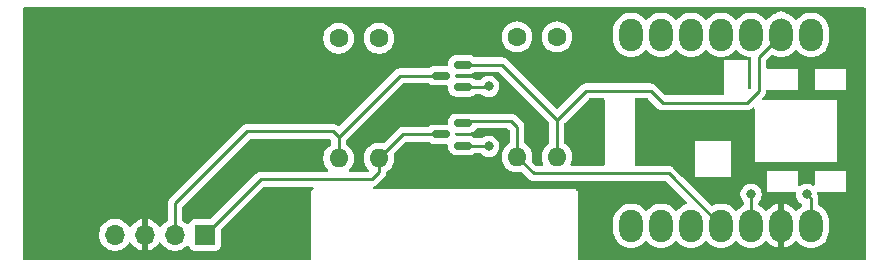
<source format=gbr>
%TF.GenerationSoftware,KiCad,Pcbnew,9.0.6*%
%TF.CreationDate,2025-12-06T11:07:59-05:00*%
%TF.ProjectId,cheating-calc,63686561-7469-46e6-972d-63616c632e6b,rev?*%
%TF.SameCoordinates,Original*%
%TF.FileFunction,Copper,L1,Top*%
%TF.FilePolarity,Positive*%
%FSLAX46Y46*%
G04 Gerber Fmt 4.6, Leading zero omitted, Abs format (unit mm)*
G04 Created by KiCad (PCBNEW 9.0.6) date 2025-12-06 11:07:59*
%MOMM*%
%LPD*%
G01*
G04 APERTURE LIST*
G04 Aperture macros list*
%AMRoundRect*
0 Rectangle with rounded corners*
0 $1 Rounding radius*
0 $2 $3 $4 $5 $6 $7 $8 $9 X,Y pos of 4 corners*
0 Add a 4 corners polygon primitive as box body*
4,1,4,$2,$3,$4,$5,$6,$7,$8,$9,$2,$3,0*
0 Add four circle primitives for the rounded corners*
1,1,$1+$1,$2,$3*
1,1,$1+$1,$4,$5*
1,1,$1+$1,$6,$7*
1,1,$1+$1,$8,$9*
0 Add four rect primitives between the rounded corners*
20,1,$1+$1,$2,$3,$4,$5,0*
20,1,$1+$1,$4,$5,$6,$7,0*
20,1,$1+$1,$6,$7,$8,$9,0*
20,1,$1+$1,$8,$9,$2,$3,0*%
G04 Aperture macros list end*
%TA.AperFunction,SMDPad,CuDef*%
%ADD10RoundRect,0.150000X0.587500X0.150000X-0.587500X0.150000X-0.587500X-0.150000X0.587500X-0.150000X0*%
%TD*%
%TA.AperFunction,ComponentPad*%
%ADD11R,1.700000X1.700000*%
%TD*%
%TA.AperFunction,ComponentPad*%
%ADD12O,1.700000X1.700000*%
%TD*%
%TA.AperFunction,ComponentPad*%
%ADD13C,1.600000*%
%TD*%
%TA.AperFunction,ComponentPad*%
%ADD14O,1.600000X1.600000*%
%TD*%
%TA.AperFunction,SMDPad,CuDef*%
%ADD15RoundRect,1.000000X-0.000010X0.375000X-0.000010X-0.375000X0.000010X-0.375000X0.000010X0.375000X0*%
%TD*%
%TA.AperFunction,ViaPad*%
%ADD16C,0.800000*%
%TD*%
%TA.AperFunction,Conductor*%
%ADD17C,0.250000*%
%TD*%
G04 APERTURE END LIST*
D10*
%TO.P,Q1,1,G*%
%TO.N,+3.3V*%
X122906000Y-64069000D03*
%TO.P,Q1,2,S*%
%TO.N,RING_GPIO*%
X122906000Y-62169000D03*
%TO.P,Q1,3,D*%
%TO.N,RING*%
X121031000Y-63119000D03*
%TD*%
D11*
%TO.P,J1,1,Pin_1*%
%TO.N,RING*%
X101092000Y-71628000D03*
D12*
%TO.P,J1,2,Pin_2*%
%TO.N,TIP*%
X98552000Y-71628000D03*
%TO.P,J1,3,Pin_3*%
%TO.N,GND*%
X96012000Y-71628000D03*
%TO.P,J1,4,Pin_4*%
%TO.N,+5V*%
X93472000Y-71628000D03*
%TD*%
D13*
%TO.P,R4,1*%
%TO.N,+5V*%
X112395000Y-54991000D03*
D14*
%TO.P,R4,2*%
%TO.N,TIP*%
X112395000Y-65151000D03*
%TD*%
D13*
%TO.P,R2,1*%
%TO.N,+3.3V*%
X130876000Y-54864000D03*
D14*
%TO.P,R2,2*%
%TO.N,TIP_GPIO*%
X130876000Y-65024000D03*
%TD*%
D15*
%TO.P,U1,1,PA02_A0_D0*%
%TO.N,unconnected-(U1-PA02_A0_D0-Pad1)*%
X152400000Y-54701000D03*
%TO.P,U1,2,PA4_A1_D1*%
%TO.N,TIP_GPIO*%
X149860000Y-54701000D03*
%TO.P,U1,3,PA10_A2_D2*%
%TO.N,unconnected-(U1-PA10_A2_D2-Pad3)*%
X147320000Y-54701000D03*
%TO.P,U1,4,PA11_A3_D3*%
%TO.N,unconnected-(U1-PA11_A3_D3-Pad4)*%
X144780000Y-54701000D03*
%TO.P,U1,5,PA8_A4_D4_SDA*%
%TO.N,unconnected-(U1-PA8_A4_D4_SDA-Pad5)*%
X142240000Y-54701000D03*
%TO.P,U1,6,PA9_A5_D5_SCL*%
%TO.N,unconnected-(U1-PA9_A5_D5_SCL-Pad6)*%
X139700000Y-54701000D03*
%TO.P,U1,7,PB08_A6_D6_TX*%
%TO.N,unconnected-(U1-PB08_A6_D6_TX-Pad7)*%
X137160000Y-54701000D03*
%TO.P,U1,8,PB09_A7_D7_RX*%
%TO.N,unconnected-(U1-PB09_A7_D7_RX-Pad8)*%
X137160000Y-70866000D03*
%TO.P,U1,9,PA7_A8_D8_SCK*%
%TO.N,unconnected-(U1-PA7_A8_D8_SCK-Pad9)*%
X139700000Y-70866000D03*
%TO.P,U1,10,PA5_A9_D9_MISO*%
%TO.N,unconnected-(U1-PA5_A9_D9_MISO-Pad10)*%
X142240000Y-70866000D03*
%TO.P,U1,11,PA6_A10_D10_MOSI*%
%TO.N,RING_GPIO*%
X144780000Y-70866000D03*
%TO.P,U1,12,3V3*%
%TO.N,+3.3V*%
X147320000Y-70866000D03*
%TO.P,U1,13,GND*%
%TO.N,GND*%
X149860000Y-70866000D03*
%TO.P,U1,14,5V*%
%TO.N,+5V*%
X152400000Y-70866000D03*
%TD*%
D13*
%TO.P,R3,1*%
%TO.N,+5V*%
X115824000Y-54991000D03*
D14*
%TO.P,R3,2*%
%TO.N,RING*%
X115824000Y-65151000D03*
%TD*%
D10*
%TO.P,Q2,1,G*%
%TO.N,+3.3V*%
X122906000Y-59116000D03*
%TO.P,Q2,2,S*%
%TO.N,TIP_GPIO*%
X122906000Y-57216000D03*
%TO.P,Q2,3,D*%
%TO.N,TIP*%
X121031000Y-58166000D03*
%TD*%
D13*
%TO.P,R1,1*%
%TO.N,+3.3V*%
X127508000Y-54864000D03*
D14*
%TO.P,R1,2*%
%TO.N,RING_GPIO*%
X127508000Y-65024000D03*
%TD*%
D16*
%TO.N,+5V*%
X152019000Y-68199000D03*
%TO.N,+3.3V*%
X147320000Y-68199000D03*
X125095000Y-64135000D03*
X125095000Y-59055000D03*
%TD*%
D17*
%TO.N,RING*%
X115824000Y-65151000D02*
X115824000Y-66294000D01*
X115824000Y-66294000D02*
X115189000Y-66929000D01*
X117856000Y-63119000D02*
X115824000Y-65151000D01*
X121031000Y-63119000D02*
X117856000Y-63119000D01*
X105791000Y-66929000D02*
X101092000Y-71628000D01*
X115189000Y-66929000D02*
X105791000Y-66929000D01*
%TO.N,TIP*%
X117602000Y-58166000D02*
X112395000Y-63373000D01*
X112395000Y-63373000D02*
X111887000Y-62865000D01*
X104648000Y-62865000D02*
X98552000Y-68961000D01*
X121031000Y-58166000D02*
X117602000Y-58166000D01*
X111887000Y-62865000D02*
X104648000Y-62865000D01*
X112395000Y-63373000D02*
X112395000Y-65151000D01*
X98552000Y-68961000D02*
X98552000Y-71628000D01*
%TO.N,RING_GPIO*%
X127508000Y-62508000D02*
X127000000Y-62000000D01*
X123075000Y-62000000D02*
X122906000Y-62169000D01*
X128905000Y-66421000D02*
X140335000Y-66421000D01*
X127508000Y-65024000D02*
X127508000Y-62508000D01*
X140335000Y-66421000D02*
X144780000Y-70866000D01*
X127000000Y-62000000D02*
X123075000Y-62000000D01*
X127508000Y-65024000D02*
X128905000Y-66421000D01*
%TO.N,TIP_GPIO*%
X146939000Y-60452000D02*
X139827000Y-60452000D01*
X130876000Y-65024000D02*
X130876000Y-61876000D01*
X149860000Y-54701000D02*
X149860000Y-53340000D01*
X147955000Y-59436000D02*
X146939000Y-60452000D01*
X133350000Y-59436000D02*
X130876000Y-61910000D01*
X130876000Y-61876000D02*
X126216000Y-57216000D01*
X147955000Y-56606000D02*
X147955000Y-59436000D01*
X149860000Y-54701000D02*
X147955000Y-56606000D01*
X126216000Y-57216000D02*
X122906000Y-57216000D01*
X139827000Y-60452000D02*
X138811000Y-59436000D01*
X130876000Y-61910000D02*
X130876000Y-65024000D01*
X138811000Y-59436000D02*
X133350000Y-59436000D01*
%TO.N,+5V*%
X152400000Y-70866000D02*
X152400000Y-68580000D01*
X152400000Y-68580000D02*
X152019000Y-68199000D01*
%TO.N,+3.3V*%
X122906000Y-64069000D02*
X125029000Y-64069000D01*
X122906000Y-59116000D02*
X125034000Y-59116000D01*
X125029000Y-64069000D02*
X125095000Y-64135000D01*
X147320000Y-70866000D02*
X147320000Y-68199000D01*
X125034000Y-59116000D02*
X125095000Y-59055000D01*
%TD*%
%TA.AperFunction,Conductor*%
%TO.N,GND*%
G36*
X156986802Y-52390185D02*
G01*
X157032557Y-52442989D01*
X157043763Y-52494500D01*
X157043763Y-73645704D01*
X157024078Y-73712743D01*
X156971274Y-73758498D01*
X156919763Y-73769704D01*
X132768733Y-73769704D01*
X132701694Y-73750019D01*
X132655939Y-73697215D01*
X132644733Y-73645704D01*
X132644733Y-68030490D01*
X132642492Y-68022126D01*
X132624254Y-67954062D01*
X132614018Y-67936332D01*
X132584697Y-67885546D01*
X132584691Y-67885538D01*
X132528745Y-67829592D01*
X132528737Y-67829586D01*
X132460228Y-67790033D01*
X132460223Y-67790030D01*
X132434746Y-67783203D01*
X132383795Y-67769551D01*
X115417634Y-67769551D01*
X115406825Y-67766377D01*
X115395626Y-67767582D01*
X115373902Y-67756709D01*
X115350595Y-67749866D01*
X115343219Y-67741353D01*
X115333145Y-67736312D01*
X115320746Y-67715419D01*
X115304840Y-67697062D01*
X115303236Y-67685912D01*
X115297488Y-67676225D01*
X115298353Y-67651948D01*
X115294896Y-67627904D01*
X115299575Y-67617656D01*
X115299977Y-67606400D01*
X115313829Y-67586446D01*
X115323921Y-67564348D01*
X115334431Y-67556768D01*
X115339821Y-67549005D01*
X115370162Y-67531000D01*
X115370173Y-67530993D01*
X115373874Y-67529459D01*
X115404792Y-67516652D01*
X115485286Y-67483312D01*
X115536509Y-67449084D01*
X115587733Y-67414858D01*
X115674858Y-67327733D01*
X115674859Y-67327730D01*
X116309858Y-66692733D01*
X116378312Y-66590285D01*
X116425463Y-66476451D01*
X116449501Y-66355606D01*
X116449501Y-66355594D01*
X116449529Y-66355318D01*
X116449587Y-66355172D01*
X116450690Y-66349631D01*
X116451740Y-66349839D01*
X116475685Y-66290528D01*
X116502256Y-66266959D01*
X116501669Y-66266151D01*
X116671213Y-66142971D01*
X116671215Y-66142968D01*
X116671219Y-66142966D01*
X116815966Y-65998219D01*
X116815968Y-65998215D01*
X116815971Y-65998213D01*
X116908236Y-65871219D01*
X116936287Y-65832610D01*
X117029220Y-65650219D01*
X117092477Y-65455534D01*
X117124500Y-65253352D01*
X117124500Y-65048648D01*
X117095666Y-64866598D01*
X117091715Y-64841654D01*
X117093777Y-64841327D01*
X117096784Y-64780304D01*
X117126215Y-64733373D01*
X118078771Y-63780819D01*
X118140094Y-63747334D01*
X118166452Y-63744500D01*
X119947691Y-63744500D01*
X120014730Y-63764185D01*
X120035372Y-63780819D01*
X120041629Y-63787076D01*
X120041633Y-63787079D01*
X120041635Y-63787081D01*
X120183102Y-63870744D01*
X120188568Y-63872332D01*
X120340926Y-63916597D01*
X120340929Y-63916597D01*
X120340931Y-63916598D01*
X120377806Y-63919500D01*
X121544000Y-63919500D01*
X121611039Y-63939185D01*
X121656794Y-63991989D01*
X121668000Y-64043500D01*
X121668000Y-64284701D01*
X121670901Y-64321567D01*
X121670902Y-64321573D01*
X121716754Y-64479393D01*
X121716755Y-64479396D01*
X121800417Y-64620862D01*
X121800423Y-64620870D01*
X121916629Y-64737076D01*
X121916633Y-64737079D01*
X121916635Y-64737081D01*
X122058102Y-64820744D01*
X122099724Y-64832836D01*
X122215926Y-64866597D01*
X122215929Y-64866597D01*
X122215931Y-64866598D01*
X122252806Y-64869500D01*
X122252814Y-64869500D01*
X123559186Y-64869500D01*
X123559194Y-64869500D01*
X123596069Y-64866598D01*
X123596071Y-64866597D01*
X123596073Y-64866597D01*
X123665363Y-64846466D01*
X123753898Y-64820744D01*
X123895365Y-64737081D01*
X123895370Y-64737076D01*
X123901628Y-64730819D01*
X123962951Y-64697334D01*
X123989309Y-64694500D01*
X124329638Y-64694500D01*
X124396677Y-64714185D01*
X124417319Y-64730819D01*
X124520961Y-64834461D01*
X124520965Y-64834464D01*
X124668446Y-64933009D01*
X124668459Y-64933016D01*
X124791363Y-64983923D01*
X124832334Y-65000894D01*
X124832336Y-65000894D01*
X124832341Y-65000896D01*
X125006304Y-65035499D01*
X125006307Y-65035500D01*
X125006309Y-65035500D01*
X125183693Y-65035500D01*
X125183694Y-65035499D01*
X125241682Y-65023964D01*
X125357658Y-65000896D01*
X125357661Y-65000894D01*
X125357666Y-65000894D01*
X125521547Y-64933013D01*
X125669035Y-64834464D01*
X125794464Y-64709035D01*
X125893013Y-64561547D01*
X125960894Y-64397666D01*
X125995500Y-64223691D01*
X125995500Y-64046309D01*
X125995500Y-64046306D01*
X125995499Y-64046304D01*
X125960896Y-63872341D01*
X125960893Y-63872332D01*
X125893016Y-63708459D01*
X125893009Y-63708446D01*
X125794464Y-63560965D01*
X125794461Y-63560961D01*
X125669038Y-63435538D01*
X125669034Y-63435535D01*
X125521553Y-63336990D01*
X125521540Y-63336983D01*
X125357667Y-63269106D01*
X125357658Y-63269103D01*
X125183694Y-63234500D01*
X125183691Y-63234500D01*
X125006309Y-63234500D01*
X125006306Y-63234500D01*
X124832341Y-63269103D01*
X124832332Y-63269106D01*
X124668459Y-63336983D01*
X124668446Y-63336990D01*
X124540321Y-63422602D01*
X124473644Y-63443480D01*
X124471430Y-63443500D01*
X123989309Y-63443500D01*
X123922270Y-63423815D01*
X123901628Y-63407181D01*
X123895370Y-63400923D01*
X123895362Y-63400917D01*
X123817181Y-63354681D01*
X123753898Y-63317256D01*
X123753897Y-63317255D01*
X123753896Y-63317255D01*
X123753893Y-63317254D01*
X123596073Y-63271402D01*
X123596067Y-63271401D01*
X123559201Y-63268500D01*
X123559194Y-63268500D01*
X122393000Y-63268500D01*
X122384314Y-63265949D01*
X122375353Y-63267238D01*
X122351312Y-63256259D01*
X122325961Y-63248815D01*
X122320033Y-63241974D01*
X122311797Y-63238213D01*
X122297507Y-63215978D01*
X122280206Y-63196011D01*
X122277918Y-63185496D01*
X122274023Y-63179435D01*
X122269000Y-63144500D01*
X122269000Y-63093500D01*
X122288685Y-63026461D01*
X122341489Y-62980706D01*
X122393000Y-62969500D01*
X123559186Y-62969500D01*
X123559194Y-62969500D01*
X123596069Y-62966598D01*
X123596071Y-62966597D01*
X123596073Y-62966597D01*
X123637691Y-62954505D01*
X123753898Y-62920744D01*
X123895365Y-62837081D01*
X124011581Y-62720865D01*
X124031976Y-62686379D01*
X124083045Y-62638696D01*
X124138708Y-62625500D01*
X126689548Y-62625500D01*
X126718988Y-62634144D01*
X126748975Y-62640668D01*
X126753990Y-62644422D01*
X126756587Y-62645185D01*
X126777229Y-62661819D01*
X126846181Y-62730771D01*
X126879666Y-62792094D01*
X126882500Y-62818452D01*
X126882500Y-63807885D01*
X126862815Y-63874924D01*
X126829428Y-63907606D01*
X126830331Y-63908849D01*
X126660786Y-64032028D01*
X126516028Y-64176786D01*
X126395715Y-64342386D01*
X126302781Y-64524776D01*
X126239522Y-64719465D01*
X126207500Y-64921648D01*
X126207500Y-65126351D01*
X126239522Y-65328534D01*
X126302781Y-65523223D01*
X126395715Y-65705613D01*
X126516028Y-65871213D01*
X126660786Y-66015971D01*
X126815749Y-66128556D01*
X126826390Y-66136287D01*
X126933368Y-66190795D01*
X127008776Y-66229218D01*
X127008778Y-66229218D01*
X127008781Y-66229220D01*
X127113137Y-66263127D01*
X127203465Y-66292477D01*
X127271066Y-66303184D01*
X127405648Y-66324500D01*
X127405649Y-66324500D01*
X127610351Y-66324500D01*
X127610352Y-66324500D01*
X127679371Y-66313568D01*
X127817347Y-66291715D01*
X127817672Y-66293767D01*
X127878743Y-66296802D01*
X127925627Y-66326217D01*
X128419141Y-66819732D01*
X128419142Y-66819733D01*
X128506267Y-66906858D01*
X128506268Y-66906859D01*
X128608707Y-66975307D01*
X128608713Y-66975310D01*
X128608714Y-66975311D01*
X128722548Y-67022463D01*
X128782971Y-67034481D01*
X128843393Y-67046500D01*
X128843394Y-67046500D01*
X140024548Y-67046500D01*
X140091587Y-67066185D01*
X140112229Y-67082819D01*
X141869064Y-68839654D01*
X141902549Y-68900977D01*
X141897565Y-68970669D01*
X141855693Y-69026602D01*
X141814868Y-69045064D01*
X141815293Y-69046490D01*
X141810374Y-69047953D01*
X141578730Y-69138342D01*
X141365097Y-69265639D01*
X141175350Y-69426348D01*
X141175348Y-69426350D01*
X141064622Y-69557084D01*
X141006273Y-69595519D01*
X140936408Y-69596306D01*
X140877208Y-69559197D01*
X140875378Y-69557084D01*
X140764651Y-69426350D01*
X140764649Y-69426348D01*
X140574902Y-69265639D01*
X140498461Y-69220090D01*
X140361273Y-69138344D01*
X140361271Y-69138343D01*
X140361269Y-69138342D01*
X140129625Y-69047953D01*
X140129615Y-69047950D01*
X139886238Y-68996919D01*
X139886235Y-68996918D01*
X139782850Y-68990500D01*
X139782842Y-68990500D01*
X139617158Y-68990500D01*
X139617149Y-68990500D01*
X139513764Y-68996918D01*
X139513761Y-68996919D01*
X139270384Y-69047950D01*
X139270374Y-69047953D01*
X139038730Y-69138342D01*
X138825097Y-69265639D01*
X138635350Y-69426348D01*
X138635348Y-69426350D01*
X138524622Y-69557084D01*
X138466273Y-69595519D01*
X138396408Y-69596306D01*
X138337208Y-69559197D01*
X138335378Y-69557084D01*
X138224651Y-69426350D01*
X138224649Y-69426348D01*
X138034902Y-69265639D01*
X137958461Y-69220090D01*
X137821273Y-69138344D01*
X137821271Y-69138343D01*
X137821269Y-69138342D01*
X137589625Y-69047953D01*
X137589615Y-69047950D01*
X137346238Y-68996919D01*
X137346235Y-68996918D01*
X137242850Y-68990500D01*
X137242842Y-68990500D01*
X137077158Y-68990500D01*
X137077149Y-68990500D01*
X136973764Y-68996918D01*
X136973761Y-68996919D01*
X136730384Y-69047950D01*
X136730374Y-69047953D01*
X136498730Y-69138342D01*
X136285097Y-69265639D01*
X136095350Y-69426348D01*
X136095348Y-69426350D01*
X135934639Y-69616097D01*
X135807342Y-69829730D01*
X135716953Y-70061374D01*
X135716950Y-70061384D01*
X135665919Y-70304761D01*
X135665918Y-70304764D01*
X135659500Y-70408149D01*
X135659500Y-71323850D01*
X135665918Y-71427235D01*
X135665919Y-71427238D01*
X135716950Y-71670615D01*
X135716953Y-71670625D01*
X135775628Y-71820993D01*
X135807344Y-71902273D01*
X135934634Y-72115894D01*
X135934639Y-72115902D01*
X136095348Y-72305649D01*
X136095350Y-72305651D01*
X136285097Y-72466360D01*
X136285103Y-72466363D01*
X136285106Y-72466366D01*
X136498727Y-72593656D01*
X136498730Y-72593657D01*
X136730374Y-72684046D01*
X136730381Y-72684048D01*
X136730386Y-72684050D01*
X136973763Y-72735081D01*
X137077158Y-72741500D01*
X137077169Y-72741500D01*
X137242831Y-72741500D01*
X137242842Y-72741500D01*
X137346237Y-72735081D01*
X137589614Y-72684050D01*
X137589621Y-72684046D01*
X137589625Y-72684046D01*
X137668980Y-72653080D01*
X137821273Y-72593656D01*
X138034894Y-72466366D01*
X138034898Y-72466361D01*
X138034902Y-72466360D01*
X138224649Y-72305651D01*
X138224650Y-72305650D01*
X138335378Y-72174915D01*
X138393726Y-72136480D01*
X138463591Y-72135693D01*
X138522792Y-72172802D01*
X138524622Y-72174915D01*
X138635349Y-72305650D01*
X138635350Y-72305651D01*
X138825097Y-72466360D01*
X138825103Y-72466363D01*
X138825106Y-72466366D01*
X139038727Y-72593656D01*
X139038730Y-72593657D01*
X139270374Y-72684046D01*
X139270381Y-72684048D01*
X139270386Y-72684050D01*
X139513763Y-72735081D01*
X139617158Y-72741500D01*
X139617169Y-72741500D01*
X139782831Y-72741500D01*
X139782842Y-72741500D01*
X139886237Y-72735081D01*
X140129614Y-72684050D01*
X140129621Y-72684046D01*
X140129625Y-72684046D01*
X140208980Y-72653080D01*
X140361273Y-72593656D01*
X140574894Y-72466366D01*
X140574898Y-72466361D01*
X140574902Y-72466360D01*
X140764649Y-72305651D01*
X140764650Y-72305650D01*
X140875378Y-72174915D01*
X140933726Y-72136480D01*
X141003591Y-72135693D01*
X141062792Y-72172802D01*
X141064622Y-72174915D01*
X141175349Y-72305650D01*
X141175350Y-72305651D01*
X141365097Y-72466360D01*
X141365103Y-72466363D01*
X141365106Y-72466366D01*
X141578727Y-72593656D01*
X141578730Y-72593657D01*
X141810374Y-72684046D01*
X141810381Y-72684048D01*
X141810386Y-72684050D01*
X142053763Y-72735081D01*
X142157158Y-72741500D01*
X142157169Y-72741500D01*
X142322831Y-72741500D01*
X142322842Y-72741500D01*
X142426237Y-72735081D01*
X142669614Y-72684050D01*
X142669621Y-72684046D01*
X142669625Y-72684046D01*
X142748980Y-72653080D01*
X142901273Y-72593656D01*
X143114894Y-72466366D01*
X143114898Y-72466361D01*
X143114902Y-72466360D01*
X143304649Y-72305651D01*
X143304650Y-72305650D01*
X143415378Y-72174915D01*
X143473726Y-72136480D01*
X143543591Y-72135693D01*
X143602792Y-72172802D01*
X143604622Y-72174915D01*
X143715349Y-72305650D01*
X143715350Y-72305651D01*
X143905097Y-72466360D01*
X143905103Y-72466363D01*
X143905106Y-72466366D01*
X144118727Y-72593656D01*
X144118730Y-72593657D01*
X144350374Y-72684046D01*
X144350381Y-72684048D01*
X144350386Y-72684050D01*
X144593763Y-72735081D01*
X144697158Y-72741500D01*
X144697169Y-72741500D01*
X144862831Y-72741500D01*
X144862842Y-72741500D01*
X144966237Y-72735081D01*
X145209614Y-72684050D01*
X145209621Y-72684046D01*
X145209625Y-72684046D01*
X145288980Y-72653080D01*
X145441273Y-72593656D01*
X145654894Y-72466366D01*
X145654898Y-72466361D01*
X145654902Y-72466360D01*
X145844649Y-72305651D01*
X145844650Y-72305650D01*
X145955378Y-72174915D01*
X146013726Y-72136480D01*
X146083591Y-72135693D01*
X146142792Y-72172802D01*
X146144622Y-72174915D01*
X146255349Y-72305650D01*
X146255350Y-72305651D01*
X146445097Y-72466360D01*
X146445103Y-72466363D01*
X146445106Y-72466366D01*
X146658727Y-72593656D01*
X146658730Y-72593657D01*
X146890374Y-72684046D01*
X146890381Y-72684048D01*
X146890386Y-72684050D01*
X147133763Y-72735081D01*
X147237158Y-72741500D01*
X147237169Y-72741500D01*
X147402831Y-72741500D01*
X147402842Y-72741500D01*
X147506237Y-72735081D01*
X147749614Y-72684050D01*
X147749621Y-72684046D01*
X147749625Y-72684046D01*
X147828980Y-72653080D01*
X147981273Y-72593656D01*
X148194894Y-72466366D01*
X148194898Y-72466361D01*
X148194902Y-72466360D01*
X148321398Y-72359222D01*
X148384650Y-72305650D01*
X148495706Y-72174526D01*
X148554053Y-72136093D01*
X148623918Y-72135306D01*
X148683118Y-72172415D01*
X148684949Y-72174527D01*
X148795707Y-72305298D01*
X148985391Y-72465953D01*
X149198950Y-72593206D01*
X149430517Y-72683564D01*
X149430527Y-72683567D01*
X149610000Y-72721198D01*
X149610000Y-69010800D01*
X149609999Y-69010800D01*
X149430527Y-69048432D01*
X149430519Y-69048434D01*
X149198950Y-69138793D01*
X148985391Y-69266046D01*
X148795707Y-69426702D01*
X148684949Y-69557472D01*
X148626600Y-69595906D01*
X148556735Y-69596693D01*
X148497535Y-69559583D01*
X148495705Y-69557471D01*
X148384650Y-69426349D01*
X148384649Y-69426348D01*
X148194902Y-69265639D01*
X148194894Y-69265634D01*
X148006025Y-69153092D01*
X147998441Y-69144916D01*
X147988297Y-69140284D01*
X147975104Y-69119756D01*
X147958512Y-69101867D01*
X147955568Y-69089356D01*
X147950523Y-69081506D01*
X147945500Y-69046571D01*
X147945500Y-68898361D01*
X147965185Y-68831322D01*
X147981820Y-68810679D01*
X148019461Y-68773038D01*
X148019464Y-68773035D01*
X148118013Y-68625547D01*
X148185894Y-68461666D01*
X148220500Y-68287691D01*
X148220500Y-68110309D01*
X148220500Y-68110306D01*
X148220499Y-68110304D01*
X148191199Y-67963000D01*
X148631000Y-67963000D01*
X150996707Y-67963000D01*
X151063746Y-67982685D01*
X151109501Y-68035489D01*
X151119445Y-68104647D01*
X151118532Y-68109976D01*
X151118500Y-68110306D01*
X151118500Y-68287695D01*
X151153103Y-68461658D01*
X151153106Y-68461667D01*
X151220983Y-68625540D01*
X151220990Y-68625553D01*
X151319535Y-68773034D01*
X151319538Y-68773038D01*
X151444961Y-68898461D01*
X151444965Y-68898464D01*
X151592446Y-68997009D01*
X151597823Y-68999883D01*
X151596968Y-69001480D01*
X151644740Y-69039980D01*
X151666803Y-69106274D01*
X151649522Y-69173973D01*
X151606356Y-69217219D01*
X151525104Y-69265635D01*
X151525100Y-69265638D01*
X151335352Y-69426346D01*
X151224294Y-69557472D01*
X151165945Y-69595906D01*
X151096080Y-69596693D01*
X151036880Y-69559584D01*
X151035050Y-69557471D01*
X150924296Y-69426705D01*
X150924294Y-69426703D01*
X150734608Y-69266046D01*
X150521049Y-69138793D01*
X150289480Y-69048434D01*
X150289472Y-69048432D01*
X150110000Y-69010800D01*
X150110000Y-72721198D01*
X150289472Y-72683567D01*
X150289482Y-72683564D01*
X150521049Y-72593206D01*
X150734608Y-72465953D01*
X150924291Y-72305298D01*
X151035048Y-72174528D01*
X151093397Y-72136093D01*
X151163262Y-72135305D01*
X151222462Y-72172415D01*
X151224293Y-72174527D01*
X151335352Y-72305653D01*
X151525097Y-72466360D01*
X151525103Y-72466363D01*
X151525106Y-72466366D01*
X151738727Y-72593656D01*
X151738730Y-72593657D01*
X151970374Y-72684046D01*
X151970381Y-72684048D01*
X151970386Y-72684050D01*
X152213763Y-72735081D01*
X152317158Y-72741500D01*
X152317169Y-72741500D01*
X152482831Y-72741500D01*
X152482842Y-72741500D01*
X152586237Y-72735081D01*
X152829614Y-72684050D01*
X152829621Y-72684046D01*
X152829625Y-72684046D01*
X152908980Y-72653080D01*
X153061273Y-72593656D01*
X153274894Y-72466366D01*
X153274898Y-72466361D01*
X153274902Y-72466360D01*
X153464649Y-72305651D01*
X153464651Y-72305649D01*
X153625360Y-72115902D01*
X153625361Y-72115898D01*
X153625366Y-72115894D01*
X153752656Y-71902273D01*
X153843050Y-71670614D01*
X153894081Y-71427237D01*
X153900500Y-71323842D01*
X153900500Y-70408158D01*
X153894081Y-70304763D01*
X153843050Y-70061386D01*
X153843048Y-70061381D01*
X153843046Y-70061374D01*
X153752657Y-69829730D01*
X153752656Y-69829727D01*
X153625366Y-69616106D01*
X153625363Y-69616103D01*
X153625360Y-69616097D01*
X153464651Y-69426350D01*
X153464649Y-69426348D01*
X153274902Y-69265639D01*
X153274894Y-69265634D01*
X153086025Y-69153092D01*
X153038512Y-69101867D01*
X153025500Y-69046571D01*
X153025500Y-68518393D01*
X153025499Y-68518389D01*
X153016896Y-68475139D01*
X153001463Y-68397548D01*
X152954311Y-68283714D01*
X152949582Y-68276637D01*
X152940397Y-68262889D01*
X152935071Y-68245964D01*
X152925269Y-68231381D01*
X152920249Y-68198856D01*
X152919526Y-68196557D01*
X152919500Y-68195296D01*
X152919500Y-68110309D01*
X152917544Y-68100476D01*
X152917319Y-68089557D01*
X152923723Y-68065956D01*
X152925902Y-68041603D01*
X152932710Y-68032838D01*
X152935617Y-68022126D01*
X152953764Y-68005733D01*
X152968764Y-67986424D01*
X152979229Y-67982731D01*
X152987466Y-67975292D01*
X153011594Y-67971313D01*
X153034653Y-67963178D01*
X153041293Y-67963000D01*
X155362000Y-67963000D01*
X155362000Y-66185000D01*
X152695000Y-66185000D01*
X152695000Y-67335678D01*
X152675315Y-67402717D01*
X152622511Y-67448472D01*
X152553353Y-67458416D01*
X152502109Y-67438780D01*
X152445553Y-67400990D01*
X152445540Y-67400983D01*
X152281667Y-67333106D01*
X152281658Y-67333103D01*
X152107694Y-67298500D01*
X152107691Y-67298500D01*
X151930309Y-67298500D01*
X151930306Y-67298500D01*
X151756341Y-67333103D01*
X151756332Y-67333106D01*
X151592459Y-67400983D01*
X151592446Y-67400990D01*
X151490891Y-67468848D01*
X151424213Y-67489726D01*
X151356833Y-67471241D01*
X151310143Y-67419263D01*
X151298000Y-67365746D01*
X151298000Y-66185000D01*
X148631000Y-66185000D01*
X148631000Y-67963000D01*
X148191199Y-67963000D01*
X148185896Y-67936341D01*
X148185893Y-67936332D01*
X148118016Y-67772459D01*
X148118009Y-67772446D01*
X148019464Y-67624965D01*
X148019461Y-67624961D01*
X147894038Y-67499538D01*
X147894034Y-67499535D01*
X147746553Y-67400990D01*
X147746540Y-67400983D01*
X147582667Y-67333106D01*
X147582658Y-67333103D01*
X147408694Y-67298500D01*
X147408691Y-67298500D01*
X147231309Y-67298500D01*
X147231306Y-67298500D01*
X147057341Y-67333103D01*
X147057332Y-67333106D01*
X146893459Y-67400983D01*
X146893446Y-67400990D01*
X146745965Y-67499535D01*
X146745961Y-67499538D01*
X146620538Y-67624961D01*
X146620535Y-67624965D01*
X146521990Y-67772446D01*
X146521983Y-67772459D01*
X146454106Y-67936332D01*
X146454103Y-67936341D01*
X146419500Y-68110304D01*
X146419500Y-68287695D01*
X146454103Y-68461658D01*
X146454106Y-68461667D01*
X146521983Y-68625540D01*
X146521990Y-68625553D01*
X146620535Y-68773034D01*
X146620538Y-68773038D01*
X146658180Y-68810679D01*
X146672885Y-68837609D01*
X146689477Y-68863426D01*
X146690368Y-68869624D01*
X146691666Y-68872001D01*
X146694500Y-68898361D01*
X146694500Y-69046571D01*
X146674815Y-69113610D01*
X146633975Y-69153092D01*
X146544813Y-69206222D01*
X146445097Y-69265639D01*
X146255350Y-69426348D01*
X146255348Y-69426350D01*
X146144622Y-69557084D01*
X146086273Y-69595519D01*
X146016408Y-69596306D01*
X145957208Y-69559197D01*
X145955378Y-69557084D01*
X145844651Y-69426350D01*
X145844649Y-69426348D01*
X145654902Y-69265639D01*
X145578461Y-69220090D01*
X145441273Y-69138344D01*
X145441271Y-69138343D01*
X145441269Y-69138342D01*
X145209625Y-69047953D01*
X145209615Y-69047950D01*
X144966238Y-68996919D01*
X144966235Y-68996918D01*
X144862850Y-68990500D01*
X144862842Y-68990500D01*
X144697158Y-68990500D01*
X144697149Y-68990500D01*
X144593764Y-68996918D01*
X144593761Y-68996919D01*
X144350384Y-69047950D01*
X144350374Y-69047953D01*
X144118728Y-69138343D01*
X144118727Y-69138343D01*
X144087721Y-69156819D01*
X144020054Y-69174225D01*
X143953719Y-69152284D01*
X143936567Y-69137977D01*
X141491590Y-66693000D01*
X142535000Y-66693000D01*
X145583000Y-66693000D01*
X145583000Y-63645000D01*
X142535000Y-63645000D01*
X142535000Y-66693000D01*
X141491590Y-66693000D01*
X140828150Y-66029560D01*
X140820860Y-66022270D01*
X140820858Y-66022267D01*
X140733733Y-65935142D01*
X140682509Y-65900915D01*
X140631286Y-65866688D01*
X140549013Y-65832610D01*
X140517452Y-65819537D01*
X140457029Y-65807518D01*
X140442258Y-65804580D01*
X140396610Y-65795500D01*
X140396607Y-65795500D01*
X140396606Y-65795500D01*
X137579000Y-65795500D01*
X137511961Y-65775815D01*
X137466206Y-65723011D01*
X137455000Y-65671500D01*
X137455000Y-60185500D01*
X137474685Y-60118461D01*
X137527489Y-60072706D01*
X137579000Y-60061500D01*
X138500548Y-60061500D01*
X138567587Y-60081185D01*
X138588229Y-60097819D01*
X139341139Y-60850729D01*
X139341142Y-60850733D01*
X139428267Y-60937858D01*
X139479490Y-60972084D01*
X139530714Y-61006312D01*
X139530715Y-61006312D01*
X139530716Y-61006313D01*
X139604390Y-61036829D01*
X139604394Y-61036830D01*
X139611207Y-61039652D01*
X139644548Y-61053463D01*
X139704971Y-61065481D01*
X139765393Y-61077500D01*
X147000607Y-61077500D01*
X147061029Y-61065481D01*
X147121452Y-61053463D01*
X147154792Y-61039652D01*
X147235286Y-61006312D01*
X147286509Y-60972084D01*
X147337733Y-60937858D01*
X147403320Y-60872270D01*
X147464641Y-60838787D01*
X147534333Y-60843771D01*
X147590267Y-60885642D01*
X147614684Y-60951106D01*
X147615000Y-60959953D01*
X147615000Y-65423000D01*
X154600000Y-65423000D01*
X154600000Y-60216000D01*
X148358951Y-60216000D01*
X148337705Y-60209761D01*
X148315618Y-60208182D01*
X148304834Y-60200109D01*
X148291912Y-60196315D01*
X148277413Y-60179583D01*
X148259684Y-60166311D01*
X148254976Y-60153688D01*
X148246157Y-60143511D01*
X148243005Y-60121595D01*
X148235267Y-60100847D01*
X148238129Y-60087685D01*
X148236213Y-60074353D01*
X148245411Y-60054211D01*
X148250118Y-60032574D01*
X148263389Y-60014845D01*
X148265238Y-60010797D01*
X148271251Y-60004337D01*
X148353729Y-59921860D01*
X148353733Y-59921858D01*
X148440858Y-59834733D01*
X148493800Y-59755500D01*
X148509312Y-59732286D01*
X148552079Y-59629035D01*
X148556459Y-59618461D01*
X148556459Y-59618459D01*
X148556463Y-59618451D01*
X148580500Y-59497607D01*
X148580500Y-59451000D01*
X148600185Y-59383961D01*
X148652989Y-59338206D01*
X148704500Y-59327000D01*
X151298000Y-59327000D01*
X152695000Y-59327000D01*
X155362000Y-59327000D01*
X155362000Y-57549000D01*
X152695000Y-57549000D01*
X152695000Y-59327000D01*
X151298000Y-59327000D01*
X151298000Y-57549000D01*
X148704500Y-57549000D01*
X148637461Y-57529315D01*
X148591706Y-57476511D01*
X148580500Y-57425000D01*
X148580500Y-56916451D01*
X148600185Y-56849412D01*
X148616815Y-56828774D01*
X149016568Y-56429020D01*
X149077889Y-56395537D01*
X149147580Y-56400521D01*
X149167718Y-56410178D01*
X149198727Y-56428656D01*
X149198730Y-56428657D01*
X149430374Y-56519046D01*
X149430381Y-56519048D01*
X149430386Y-56519050D01*
X149673763Y-56570081D01*
X149777158Y-56576500D01*
X149777169Y-56576500D01*
X149942831Y-56576500D01*
X149942842Y-56576500D01*
X150046237Y-56570081D01*
X150289614Y-56519050D01*
X150289621Y-56519046D01*
X150289625Y-56519046D01*
X150430038Y-56464256D01*
X150521273Y-56428656D01*
X150734894Y-56301366D01*
X150734898Y-56301361D01*
X150734902Y-56301360D01*
X150924649Y-56140651D01*
X150924650Y-56140650D01*
X151035378Y-56009915D01*
X151093726Y-55971480D01*
X151163591Y-55970693D01*
X151222792Y-56007802D01*
X151224622Y-56009915D01*
X151335349Y-56140650D01*
X151335350Y-56140651D01*
X151525097Y-56301360D01*
X151525103Y-56301363D01*
X151525106Y-56301366D01*
X151738727Y-56428656D01*
X151738730Y-56428657D01*
X151970374Y-56519046D01*
X151970381Y-56519048D01*
X151970386Y-56519050D01*
X152213763Y-56570081D01*
X152317158Y-56576500D01*
X152317169Y-56576500D01*
X152482831Y-56576500D01*
X152482842Y-56576500D01*
X152586237Y-56570081D01*
X152829614Y-56519050D01*
X152829621Y-56519046D01*
X152829625Y-56519046D01*
X152970038Y-56464256D01*
X153061273Y-56428656D01*
X153274894Y-56301366D01*
X153274898Y-56301361D01*
X153274902Y-56301360D01*
X153464649Y-56140651D01*
X153464651Y-56140649D01*
X153625360Y-55950902D01*
X153625361Y-55950898D01*
X153625366Y-55950894D01*
X153752656Y-55737273D01*
X153827442Y-55545613D01*
X153843046Y-55505625D01*
X153843046Y-55505621D01*
X153843050Y-55505614D01*
X153894081Y-55262237D01*
X153900500Y-55158842D01*
X153900500Y-54243158D01*
X153894081Y-54139763D01*
X153843050Y-53896386D01*
X153843048Y-53896381D01*
X153843046Y-53896374D01*
X153752657Y-53664730D01*
X153752656Y-53664727D01*
X153625366Y-53451106D01*
X153625363Y-53451103D01*
X153625360Y-53451097D01*
X153464651Y-53261350D01*
X153464649Y-53261348D01*
X153274902Y-53100639D01*
X153274894Y-53100634D01*
X153061273Y-52973344D01*
X153061271Y-52973343D01*
X153061269Y-52973342D01*
X152829625Y-52882953D01*
X152829615Y-52882950D01*
X152586238Y-52831919D01*
X152586235Y-52831918D01*
X152482850Y-52825500D01*
X152482842Y-52825500D01*
X152317158Y-52825500D01*
X152317149Y-52825500D01*
X152213764Y-52831918D01*
X152213761Y-52831919D01*
X151970384Y-52882950D01*
X151970374Y-52882953D01*
X151738730Y-52973342D01*
X151525097Y-53100639D01*
X151335350Y-53261348D01*
X151335348Y-53261350D01*
X151224622Y-53392084D01*
X151166273Y-53430519D01*
X151096408Y-53431306D01*
X151037208Y-53394197D01*
X151035378Y-53392084D01*
X150924651Y-53261350D01*
X150924649Y-53261348D01*
X150734902Y-53100639D01*
X150734894Y-53100634D01*
X150521273Y-52973344D01*
X150521271Y-52973343D01*
X150521269Y-52973342D01*
X150310435Y-52891074D01*
X150267827Y-52863236D01*
X150258733Y-52854142D01*
X150225474Y-52831919D01*
X150156292Y-52785692D01*
X150156283Y-52785687D01*
X150042454Y-52738538D01*
X150042455Y-52738538D01*
X150042452Y-52738537D01*
X150042448Y-52738536D01*
X150042444Y-52738535D01*
X149921610Y-52714500D01*
X149921606Y-52714500D01*
X149798394Y-52714500D01*
X149798389Y-52714500D01*
X149677555Y-52738535D01*
X149677545Y-52738538D01*
X149563716Y-52785687D01*
X149563708Y-52785692D01*
X149461265Y-52854143D01*
X149461264Y-52854143D01*
X149452166Y-52863242D01*
X149409564Y-52891074D01*
X149198729Y-52973343D01*
X148985097Y-53100639D01*
X148795350Y-53261348D01*
X148795348Y-53261350D01*
X148684622Y-53392084D01*
X148626273Y-53430519D01*
X148556408Y-53431306D01*
X148497208Y-53394197D01*
X148495378Y-53392084D01*
X148384651Y-53261350D01*
X148384649Y-53261348D01*
X148194902Y-53100639D01*
X148194894Y-53100634D01*
X147981273Y-52973344D01*
X147981271Y-52973343D01*
X147981269Y-52973342D01*
X147749625Y-52882953D01*
X147749615Y-52882950D01*
X147506238Y-52831919D01*
X147506235Y-52831918D01*
X147402850Y-52825500D01*
X147402842Y-52825500D01*
X147237158Y-52825500D01*
X147237149Y-52825500D01*
X147133764Y-52831918D01*
X147133761Y-52831919D01*
X146890384Y-52882950D01*
X146890374Y-52882953D01*
X146658730Y-52973342D01*
X146445097Y-53100639D01*
X146255350Y-53261348D01*
X146255348Y-53261350D01*
X146144622Y-53392084D01*
X146086273Y-53430519D01*
X146016408Y-53431306D01*
X145957208Y-53394197D01*
X145955378Y-53392084D01*
X145844651Y-53261350D01*
X145844649Y-53261348D01*
X145654902Y-53100639D01*
X145654894Y-53100634D01*
X145441273Y-52973344D01*
X145441271Y-52973343D01*
X145441269Y-52973342D01*
X145209625Y-52882953D01*
X145209615Y-52882950D01*
X144966238Y-52831919D01*
X144966235Y-52831918D01*
X144862850Y-52825500D01*
X144862842Y-52825500D01*
X144697158Y-52825500D01*
X144697149Y-52825500D01*
X144593764Y-52831918D01*
X144593761Y-52831919D01*
X144350384Y-52882950D01*
X144350374Y-52882953D01*
X144118730Y-52973342D01*
X143905097Y-53100639D01*
X143715350Y-53261348D01*
X143715348Y-53261350D01*
X143604622Y-53392084D01*
X143546273Y-53430519D01*
X143476408Y-53431306D01*
X143417208Y-53394197D01*
X143415378Y-53392084D01*
X143304651Y-53261350D01*
X143304649Y-53261348D01*
X143114902Y-53100639D01*
X143114894Y-53100634D01*
X142901273Y-52973344D01*
X142901271Y-52973343D01*
X142901269Y-52973342D01*
X142669625Y-52882953D01*
X142669615Y-52882950D01*
X142426238Y-52831919D01*
X142426235Y-52831918D01*
X142322850Y-52825500D01*
X142322842Y-52825500D01*
X142157158Y-52825500D01*
X142157149Y-52825500D01*
X142053764Y-52831918D01*
X142053761Y-52831919D01*
X141810384Y-52882950D01*
X141810374Y-52882953D01*
X141578730Y-52973342D01*
X141365097Y-53100639D01*
X141175350Y-53261348D01*
X141175348Y-53261350D01*
X141064622Y-53392084D01*
X141006273Y-53430519D01*
X140936408Y-53431306D01*
X140877208Y-53394197D01*
X140875378Y-53392084D01*
X140764651Y-53261350D01*
X140764649Y-53261348D01*
X140574902Y-53100639D01*
X140574894Y-53100634D01*
X140361273Y-52973344D01*
X140361271Y-52973343D01*
X140361269Y-52973342D01*
X140129625Y-52882953D01*
X140129615Y-52882950D01*
X139886238Y-52831919D01*
X139886235Y-52831918D01*
X139782850Y-52825500D01*
X139782842Y-52825500D01*
X139617158Y-52825500D01*
X139617149Y-52825500D01*
X139513764Y-52831918D01*
X139513761Y-52831919D01*
X139270384Y-52882950D01*
X139270374Y-52882953D01*
X139038730Y-52973342D01*
X138825097Y-53100639D01*
X138635350Y-53261348D01*
X138635348Y-53261350D01*
X138524622Y-53392084D01*
X138466273Y-53430519D01*
X138396408Y-53431306D01*
X138337208Y-53394197D01*
X138335378Y-53392084D01*
X138224651Y-53261350D01*
X138224649Y-53261348D01*
X138034902Y-53100639D01*
X138034894Y-53100634D01*
X137821273Y-52973344D01*
X137821271Y-52973343D01*
X137821269Y-52973342D01*
X137589625Y-52882953D01*
X137589615Y-52882950D01*
X137346238Y-52831919D01*
X137346235Y-52831918D01*
X137242850Y-52825500D01*
X137242842Y-52825500D01*
X137077158Y-52825500D01*
X137077149Y-52825500D01*
X136973764Y-52831918D01*
X136973761Y-52831919D01*
X136730384Y-52882950D01*
X136730374Y-52882953D01*
X136498730Y-52973342D01*
X136285097Y-53100639D01*
X136095350Y-53261348D01*
X136095348Y-53261350D01*
X135934639Y-53451097D01*
X135807342Y-53664730D01*
X135716953Y-53896374D01*
X135716950Y-53896384D01*
X135665919Y-54139761D01*
X135665918Y-54139764D01*
X135659500Y-54243149D01*
X135659500Y-55158850D01*
X135665918Y-55262235D01*
X135665919Y-55262238D01*
X135716950Y-55505615D01*
X135716953Y-55505625D01*
X135807342Y-55737269D01*
X135807344Y-55737273D01*
X135890000Y-55875988D01*
X135934639Y-55950902D01*
X136095348Y-56140649D01*
X136095350Y-56140651D01*
X136285097Y-56301360D01*
X136285103Y-56301363D01*
X136285106Y-56301366D01*
X136498727Y-56428656D01*
X136498730Y-56428657D01*
X136730374Y-56519046D01*
X136730381Y-56519048D01*
X136730386Y-56519050D01*
X136973763Y-56570081D01*
X137077158Y-56576500D01*
X137077169Y-56576500D01*
X137242831Y-56576500D01*
X137242842Y-56576500D01*
X137346237Y-56570081D01*
X137589614Y-56519050D01*
X137589621Y-56519046D01*
X137589625Y-56519046D01*
X137730038Y-56464256D01*
X137821273Y-56428656D01*
X138034894Y-56301366D01*
X138034898Y-56301361D01*
X138034902Y-56301360D01*
X138224649Y-56140651D01*
X138224650Y-56140650D01*
X138335378Y-56009915D01*
X138393726Y-55971480D01*
X138463591Y-55970693D01*
X138522792Y-56007802D01*
X138524622Y-56009915D01*
X138635349Y-56140650D01*
X138635350Y-56140651D01*
X138825097Y-56301360D01*
X138825103Y-56301363D01*
X138825106Y-56301366D01*
X139038727Y-56428656D01*
X139038730Y-56428657D01*
X139270374Y-56519046D01*
X139270381Y-56519048D01*
X139270386Y-56519050D01*
X139513763Y-56570081D01*
X139617158Y-56576500D01*
X139617169Y-56576500D01*
X139782831Y-56576500D01*
X139782842Y-56576500D01*
X139886237Y-56570081D01*
X140129614Y-56519050D01*
X140129621Y-56519046D01*
X140129625Y-56519046D01*
X140270038Y-56464256D01*
X140361273Y-56428656D01*
X140574894Y-56301366D01*
X140574898Y-56301361D01*
X140574902Y-56301360D01*
X140764649Y-56140651D01*
X140764650Y-56140650D01*
X140875378Y-56009915D01*
X140933726Y-55971480D01*
X141003591Y-55970693D01*
X141062792Y-56007802D01*
X141064622Y-56009915D01*
X141175349Y-56140650D01*
X141175350Y-56140651D01*
X141365097Y-56301360D01*
X141365103Y-56301363D01*
X141365106Y-56301366D01*
X141578727Y-56428656D01*
X141578730Y-56428657D01*
X141810374Y-56519046D01*
X141810381Y-56519048D01*
X141810386Y-56519050D01*
X142053763Y-56570081D01*
X142157158Y-56576500D01*
X142157169Y-56576500D01*
X142322831Y-56576500D01*
X142322842Y-56576500D01*
X142426237Y-56570081D01*
X142669614Y-56519050D01*
X142669621Y-56519046D01*
X142669625Y-56519046D01*
X142810038Y-56464256D01*
X142901273Y-56428656D01*
X143114894Y-56301366D01*
X143114898Y-56301361D01*
X143114902Y-56301360D01*
X143304649Y-56140651D01*
X143304650Y-56140650D01*
X143415378Y-56009915D01*
X143473726Y-55971480D01*
X143543591Y-55970693D01*
X143602792Y-56007802D01*
X143604622Y-56009915D01*
X143715349Y-56140650D01*
X143715350Y-56140651D01*
X143905097Y-56301360D01*
X143905103Y-56301363D01*
X143905106Y-56301366D01*
X144118727Y-56428656D01*
X144118730Y-56428657D01*
X144350374Y-56519046D01*
X144350381Y-56519048D01*
X144350386Y-56519050D01*
X144593763Y-56570081D01*
X144697158Y-56576500D01*
X144697169Y-56576500D01*
X144862831Y-56576500D01*
X144862842Y-56576500D01*
X144966237Y-56570081D01*
X145209614Y-56519050D01*
X145209621Y-56519046D01*
X145209625Y-56519046D01*
X145350038Y-56464256D01*
X145441273Y-56428656D01*
X145654894Y-56301366D01*
X145654898Y-56301361D01*
X145654902Y-56301360D01*
X145844649Y-56140651D01*
X145844650Y-56140650D01*
X145955378Y-56009915D01*
X146013726Y-55971480D01*
X146083591Y-55970693D01*
X146142792Y-56007802D01*
X146144622Y-56009915D01*
X146255349Y-56140650D01*
X146255350Y-56140651D01*
X146445097Y-56301360D01*
X146445103Y-56301363D01*
X146445106Y-56301366D01*
X146658727Y-56428656D01*
X146658730Y-56428657D01*
X146890374Y-56519046D01*
X146890381Y-56519048D01*
X146890386Y-56519050D01*
X147133763Y-56570081D01*
X147213183Y-56575011D01*
X147278874Y-56598811D01*
X147321269Y-56654349D01*
X147329500Y-56698773D01*
X147329500Y-59125548D01*
X147320855Y-59154988D01*
X147314332Y-59184975D01*
X147310577Y-59189990D01*
X147309815Y-59192587D01*
X147293181Y-59213229D01*
X147255181Y-59251229D01*
X147193858Y-59284714D01*
X147124166Y-59279730D01*
X147068233Y-59237858D01*
X147043816Y-59172394D01*
X147043500Y-59163548D01*
X147043500Y-56850500D01*
X145011500Y-56850500D01*
X145011500Y-59702500D01*
X144991815Y-59769539D01*
X144939011Y-59815294D01*
X144887500Y-59826500D01*
X140137452Y-59826500D01*
X140070413Y-59806815D01*
X140049771Y-59790181D01*
X139304150Y-59044560D01*
X139296860Y-59037270D01*
X139296858Y-59037267D01*
X139209733Y-58950142D01*
X139158509Y-58915915D01*
X139107286Y-58881688D01*
X139107283Y-58881686D01*
X139107280Y-58881685D01*
X139033603Y-58851168D01*
X139033601Y-58851167D01*
X139026792Y-58848347D01*
X138993452Y-58834537D01*
X138933029Y-58822518D01*
X138928306Y-58821578D01*
X138928304Y-58821578D01*
X138872610Y-58810500D01*
X138872607Y-58810500D01*
X138872606Y-58810500D01*
X133411606Y-58810500D01*
X133288393Y-58810500D01*
X133288389Y-58810500D01*
X133232697Y-58821578D01*
X133227971Y-58822518D01*
X133184743Y-58831116D01*
X133167546Y-58834537D01*
X133053716Y-58881687D01*
X132976102Y-58933547D01*
X132976101Y-58933549D01*
X132951908Y-58949713D01*
X132951260Y-58950147D01*
X130980680Y-60920728D01*
X130919357Y-60954213D01*
X130849665Y-60949229D01*
X130805318Y-60920728D01*
X126709150Y-56824560D01*
X126701860Y-56817270D01*
X126701858Y-56817267D01*
X126614733Y-56730142D01*
X126563509Y-56695915D01*
X126512286Y-56661688D01*
X126512283Y-56661686D01*
X126512280Y-56661685D01*
X126438603Y-56631168D01*
X126438601Y-56631167D01*
X126431792Y-56628347D01*
X126398452Y-56614537D01*
X126338029Y-56602518D01*
X126333306Y-56601578D01*
X126333304Y-56601578D01*
X126277610Y-56590500D01*
X126277607Y-56590500D01*
X126277606Y-56590500D01*
X123989309Y-56590500D01*
X123922270Y-56570815D01*
X123901628Y-56554181D01*
X123895370Y-56547923D01*
X123895362Y-56547917D01*
X123753896Y-56464255D01*
X123753893Y-56464254D01*
X123596073Y-56418402D01*
X123596067Y-56418401D01*
X123559201Y-56415500D01*
X123559194Y-56415500D01*
X122252806Y-56415500D01*
X122252798Y-56415500D01*
X122215932Y-56418401D01*
X122215926Y-56418402D01*
X122058106Y-56464254D01*
X122058103Y-56464255D01*
X121916637Y-56547917D01*
X121916629Y-56547923D01*
X121800423Y-56664129D01*
X121800417Y-56664137D01*
X121716755Y-56805603D01*
X121716754Y-56805606D01*
X121670902Y-56963426D01*
X121670901Y-56963432D01*
X121668000Y-57000298D01*
X121668000Y-57241500D01*
X121648315Y-57308539D01*
X121595511Y-57354294D01*
X121544000Y-57365500D01*
X120377798Y-57365500D01*
X120340932Y-57368401D01*
X120340926Y-57368402D01*
X120183106Y-57414254D01*
X120183103Y-57414255D01*
X120041637Y-57497917D01*
X120041629Y-57497923D01*
X120035372Y-57504181D01*
X119974049Y-57537666D01*
X119947691Y-57540500D01*
X117663607Y-57540500D01*
X117540393Y-57540500D01*
X117519026Y-57544750D01*
X117497659Y-57549000D01*
X117497658Y-57548999D01*
X117419552Y-57564536D01*
X117419545Y-57564537D01*
X117398394Y-57573298D01*
X117386207Y-57578347D01*
X117305714Y-57611688D01*
X117283700Y-57626398D01*
X117276400Y-57631275D01*
X117276397Y-57631277D01*
X117203268Y-57680140D01*
X117159705Y-57723703D01*
X117116142Y-57767267D01*
X117116139Y-57767270D01*
X112482681Y-62400727D01*
X112421358Y-62434212D01*
X112351666Y-62429228D01*
X112307319Y-62400727D01*
X112285733Y-62379141D01*
X112234509Y-62344915D01*
X112199320Y-62321402D01*
X112183286Y-62310688D01*
X112183283Y-62310686D01*
X112183280Y-62310685D01*
X112103701Y-62277723D01*
X112103697Y-62277721D01*
X112096481Y-62274733D01*
X112069452Y-62263537D01*
X112009029Y-62251518D01*
X112004738Y-62250664D01*
X112004729Y-62250662D01*
X111948610Y-62239500D01*
X111948607Y-62239500D01*
X111948606Y-62239500D01*
X104709607Y-62239500D01*
X104586393Y-62239500D01*
X104586389Y-62239500D01*
X104535529Y-62249616D01*
X104535523Y-62249617D01*
X104525971Y-62251518D01*
X104465548Y-62263537D01*
X104438519Y-62274733D01*
X104351715Y-62310688D01*
X104351714Y-62310689D01*
X104329410Y-62325591D01*
X104329407Y-62325593D01*
X104249268Y-62379140D01*
X104205705Y-62422703D01*
X104162142Y-62466267D01*
X98066144Y-68562264D01*
X98066138Y-68562272D01*
X97997690Y-68664708D01*
X97997688Y-68664713D01*
X97950540Y-68778538D01*
X97950537Y-68778546D01*
X97944146Y-68810679D01*
X97931097Y-68876285D01*
X97926686Y-68898461D01*
X97926500Y-68899394D01*
X97926500Y-70355019D01*
X97906815Y-70422058D01*
X97858797Y-70465503D01*
X97844180Y-70472950D01*
X97672213Y-70597890D01*
X97521890Y-70748213D01*
X97396949Y-70920182D01*
X97392202Y-70929499D01*
X97344227Y-70980293D01*
X97276405Y-70997087D01*
X97210271Y-70974548D01*
X97171234Y-70929495D01*
X97166622Y-70920444D01*
X97041727Y-70748540D01*
X97041723Y-70748535D01*
X96891464Y-70598276D01*
X96891459Y-70598272D01*
X96719557Y-70473379D01*
X96530215Y-70376903D01*
X96328124Y-70311241D01*
X96262000Y-70300768D01*
X96262000Y-71194988D01*
X96204993Y-71162075D01*
X96077826Y-71128000D01*
X95946174Y-71128000D01*
X95819007Y-71162075D01*
X95762000Y-71194988D01*
X95762000Y-70300768D01*
X95761999Y-70300768D01*
X95695875Y-70311241D01*
X95493784Y-70376903D01*
X95304442Y-70473379D01*
X95132540Y-70598272D01*
X95132535Y-70598276D01*
X94982276Y-70748535D01*
X94982272Y-70748540D01*
X94857378Y-70920443D01*
X94852762Y-70929502D01*
X94804784Y-70980295D01*
X94736963Y-70997087D01*
X94670829Y-70974546D01*
X94631794Y-70929493D01*
X94627051Y-70920184D01*
X94627049Y-70920181D01*
X94627048Y-70920179D01*
X94502109Y-70748213D01*
X94351786Y-70597890D01*
X94179820Y-70472951D01*
X93990414Y-70376444D01*
X93990413Y-70376443D01*
X93990412Y-70376443D01*
X93788243Y-70310754D01*
X93788241Y-70310753D01*
X93788240Y-70310753D01*
X93626957Y-70285208D01*
X93578287Y-70277500D01*
X93365713Y-70277500D01*
X93317042Y-70285208D01*
X93155760Y-70310753D01*
X92953585Y-70376444D01*
X92764179Y-70472951D01*
X92592213Y-70597890D01*
X92441890Y-70748213D01*
X92316951Y-70920179D01*
X92220444Y-71109585D01*
X92154753Y-71311760D01*
X92121500Y-71521713D01*
X92121500Y-71734286D01*
X92148106Y-71902273D01*
X92154754Y-71944243D01*
X92216960Y-72135693D01*
X92220444Y-72146414D01*
X92316951Y-72335820D01*
X92441890Y-72507786D01*
X92592213Y-72658109D01*
X92764179Y-72783048D01*
X92764181Y-72783049D01*
X92764184Y-72783051D01*
X92953588Y-72879557D01*
X93155757Y-72945246D01*
X93365713Y-72978500D01*
X93365714Y-72978500D01*
X93578286Y-72978500D01*
X93578287Y-72978500D01*
X93788243Y-72945246D01*
X93990412Y-72879557D01*
X94179816Y-72783051D01*
X94201789Y-72767086D01*
X94351786Y-72658109D01*
X94351788Y-72658106D01*
X94351792Y-72658104D01*
X94502104Y-72507792D01*
X94502106Y-72507788D01*
X94502109Y-72507786D01*
X94627048Y-72335820D01*
X94627051Y-72335816D01*
X94631793Y-72326508D01*
X94679763Y-72275711D01*
X94747583Y-72258911D01*
X94813719Y-72281445D01*
X94852763Y-72326500D01*
X94857377Y-72335555D01*
X94982272Y-72507459D01*
X94982276Y-72507464D01*
X95132535Y-72657723D01*
X95132540Y-72657727D01*
X95304442Y-72782620D01*
X95493782Y-72879095D01*
X95695871Y-72944757D01*
X95762000Y-72955231D01*
X95762000Y-72061012D01*
X95819007Y-72093925D01*
X95946174Y-72128000D01*
X96077826Y-72128000D01*
X96204993Y-72093925D01*
X96262000Y-72061012D01*
X96262000Y-72955230D01*
X96328126Y-72944757D01*
X96328129Y-72944757D01*
X96530217Y-72879095D01*
X96719557Y-72782620D01*
X96891459Y-72657727D01*
X96891464Y-72657723D01*
X97041723Y-72507464D01*
X97041727Y-72507459D01*
X97166620Y-72335558D01*
X97171232Y-72326507D01*
X97219205Y-72275709D01*
X97287025Y-72258912D01*
X97353161Y-72281447D01*
X97392204Y-72326504D01*
X97396949Y-72335817D01*
X97521890Y-72507786D01*
X97672213Y-72658109D01*
X97844179Y-72783048D01*
X97844181Y-72783049D01*
X97844184Y-72783051D01*
X98033588Y-72879557D01*
X98235757Y-72945246D01*
X98445713Y-72978500D01*
X98445714Y-72978500D01*
X98658286Y-72978500D01*
X98658287Y-72978500D01*
X98868243Y-72945246D01*
X99070412Y-72879557D01*
X99259816Y-72783051D01*
X99431792Y-72658104D01*
X99545329Y-72544566D01*
X99606648Y-72511084D01*
X99676340Y-72516068D01*
X99732274Y-72557939D01*
X99749189Y-72588917D01*
X99798202Y-72720328D01*
X99798206Y-72720335D01*
X99884452Y-72835544D01*
X99884455Y-72835547D01*
X99999664Y-72921793D01*
X99999671Y-72921797D01*
X100134517Y-72972091D01*
X100134516Y-72972091D01*
X100141444Y-72972835D01*
X100194127Y-72978500D01*
X101989872Y-72978499D01*
X102049483Y-72972091D01*
X102184331Y-72921796D01*
X102299546Y-72835546D01*
X102385796Y-72720331D01*
X102436091Y-72585483D01*
X102442500Y-72525873D01*
X102442499Y-71213450D01*
X102462184Y-71146412D01*
X102478813Y-71125775D01*
X106013772Y-67590819D01*
X106075095Y-67557334D01*
X106101453Y-67554500D01*
X110173262Y-67554500D01*
X110240301Y-67574185D01*
X110286056Y-67626989D01*
X110296000Y-67696147D01*
X110266975Y-67759703D01*
X110233737Y-67783657D01*
X110235070Y-67785966D01*
X110159516Y-67829586D01*
X110159508Y-67829592D01*
X110103562Y-67885538D01*
X110103556Y-67885546D01*
X110064003Y-67954055D01*
X110064000Y-67954060D01*
X110058311Y-67975292D01*
X110050155Y-68005733D01*
X110043521Y-68030490D01*
X110043521Y-73645704D01*
X110023836Y-73712743D01*
X109971032Y-73758498D01*
X109919521Y-73769704D01*
X85768500Y-73769704D01*
X85701461Y-73750019D01*
X85655706Y-73697215D01*
X85644500Y-73645704D01*
X85644500Y-54888648D01*
X111094500Y-54888648D01*
X111094500Y-55093351D01*
X111126522Y-55295534D01*
X111189781Y-55490223D01*
X111282715Y-55672613D01*
X111403028Y-55838213D01*
X111547786Y-55982971D01*
X111666500Y-56069220D01*
X111713390Y-56103287D01*
X111829607Y-56162503D01*
X111895776Y-56196218D01*
X111895778Y-56196218D01*
X111895781Y-56196220D01*
X112000137Y-56230127D01*
X112090465Y-56259477D01*
X112191557Y-56275488D01*
X112292648Y-56291500D01*
X112292649Y-56291500D01*
X112497351Y-56291500D01*
X112497352Y-56291500D01*
X112699534Y-56259477D01*
X112894219Y-56196220D01*
X113076610Y-56103287D01*
X113208035Y-56007802D01*
X113242213Y-55982971D01*
X113242215Y-55982968D01*
X113242219Y-55982966D01*
X113386966Y-55838219D01*
X113386968Y-55838215D01*
X113386971Y-55838213D01*
X113479236Y-55711219D01*
X113507287Y-55672610D01*
X113600220Y-55490219D01*
X113663477Y-55295534D01*
X113695500Y-55093352D01*
X113695500Y-54888648D01*
X114523500Y-54888648D01*
X114523500Y-55093351D01*
X114555522Y-55295534D01*
X114618781Y-55490223D01*
X114711715Y-55672613D01*
X114832028Y-55838213D01*
X114976786Y-55982971D01*
X115095500Y-56069220D01*
X115142390Y-56103287D01*
X115258607Y-56162503D01*
X115324776Y-56196218D01*
X115324778Y-56196218D01*
X115324781Y-56196220D01*
X115429137Y-56230127D01*
X115519465Y-56259477D01*
X115620557Y-56275488D01*
X115721648Y-56291500D01*
X115721649Y-56291500D01*
X115926351Y-56291500D01*
X115926352Y-56291500D01*
X116128534Y-56259477D01*
X116323219Y-56196220D01*
X116505610Y-56103287D01*
X116637035Y-56007802D01*
X116671213Y-55982971D01*
X116671215Y-55982968D01*
X116671219Y-55982966D01*
X116815966Y-55838219D01*
X116815968Y-55838215D01*
X116815971Y-55838213D01*
X116908236Y-55711219D01*
X116936287Y-55672610D01*
X117029220Y-55490219D01*
X117092477Y-55295534D01*
X117124500Y-55093352D01*
X117124500Y-54888648D01*
X117104385Y-54761648D01*
X126207500Y-54761648D01*
X126207500Y-54966351D01*
X126239522Y-55168534D01*
X126302781Y-55363223D01*
X126366691Y-55488653D01*
X126375334Y-55505615D01*
X126395715Y-55545613D01*
X126516028Y-55711213D01*
X126660786Y-55855971D01*
X126791439Y-55950894D01*
X126826390Y-55976287D01*
X126888242Y-56007802D01*
X127008776Y-56069218D01*
X127008778Y-56069218D01*
X127008781Y-56069220D01*
X127113137Y-56103127D01*
X127203465Y-56132477D01*
X127304557Y-56148488D01*
X127405648Y-56164500D01*
X127405649Y-56164500D01*
X127610351Y-56164500D01*
X127610352Y-56164500D01*
X127812534Y-56132477D01*
X128007219Y-56069220D01*
X128189610Y-55976287D01*
X128327661Y-55875988D01*
X128355213Y-55855971D01*
X128355215Y-55855968D01*
X128355219Y-55855966D01*
X128499966Y-55711219D01*
X128499968Y-55711215D01*
X128499971Y-55711213D01*
X128552732Y-55638590D01*
X128620287Y-55545610D01*
X128713220Y-55363219D01*
X128776477Y-55168534D01*
X128808500Y-54966352D01*
X128808500Y-54761648D01*
X129575500Y-54761648D01*
X129575500Y-54966351D01*
X129607522Y-55168534D01*
X129670781Y-55363223D01*
X129734691Y-55488653D01*
X129743334Y-55505615D01*
X129763715Y-55545613D01*
X129884028Y-55711213D01*
X130028786Y-55855971D01*
X130159439Y-55950894D01*
X130194390Y-55976287D01*
X130256242Y-56007802D01*
X130376776Y-56069218D01*
X130376778Y-56069218D01*
X130376781Y-56069220D01*
X130481137Y-56103127D01*
X130571465Y-56132477D01*
X130672557Y-56148488D01*
X130773648Y-56164500D01*
X130773649Y-56164500D01*
X130978351Y-56164500D01*
X130978352Y-56164500D01*
X131180534Y-56132477D01*
X131375219Y-56069220D01*
X131557610Y-55976287D01*
X131695661Y-55875988D01*
X131723213Y-55855971D01*
X131723215Y-55855968D01*
X131723219Y-55855966D01*
X131867966Y-55711219D01*
X131867968Y-55711215D01*
X131867971Y-55711213D01*
X131920732Y-55638590D01*
X131988287Y-55545610D01*
X132081220Y-55363219D01*
X132144477Y-55168534D01*
X132176500Y-54966352D01*
X132176500Y-54761648D01*
X132144477Y-54559466D01*
X132081220Y-54364781D01*
X132081218Y-54364778D01*
X132081218Y-54364776D01*
X132019255Y-54243168D01*
X131988287Y-54182390D01*
X131957317Y-54139763D01*
X131867971Y-54016786D01*
X131723213Y-53872028D01*
X131557613Y-53751715D01*
X131557612Y-53751714D01*
X131557610Y-53751713D01*
X131500320Y-53722522D01*
X131375223Y-53658781D01*
X131180534Y-53595522D01*
X131005995Y-53567878D01*
X130978352Y-53563500D01*
X130773648Y-53563500D01*
X130749329Y-53567351D01*
X130571465Y-53595522D01*
X130376776Y-53658781D01*
X130194386Y-53751715D01*
X130028786Y-53872028D01*
X129884028Y-54016786D01*
X129763715Y-54182386D01*
X129670781Y-54364776D01*
X129607522Y-54559465D01*
X129575500Y-54761648D01*
X128808500Y-54761648D01*
X128776477Y-54559466D01*
X128713220Y-54364781D01*
X128713218Y-54364778D01*
X128713218Y-54364776D01*
X128651255Y-54243168D01*
X128620287Y-54182390D01*
X128589317Y-54139763D01*
X128499971Y-54016786D01*
X128355213Y-53872028D01*
X128189613Y-53751715D01*
X128189612Y-53751714D01*
X128189610Y-53751713D01*
X128132320Y-53722522D01*
X128007223Y-53658781D01*
X127812534Y-53595522D01*
X127637995Y-53567878D01*
X127610352Y-53563500D01*
X127405648Y-53563500D01*
X127381329Y-53567351D01*
X127203465Y-53595522D01*
X127008776Y-53658781D01*
X126826386Y-53751715D01*
X126660786Y-53872028D01*
X126516028Y-54016786D01*
X126395715Y-54182386D01*
X126302781Y-54364776D01*
X126239522Y-54559465D01*
X126207500Y-54761648D01*
X117104385Y-54761648D01*
X117092477Y-54686466D01*
X117029220Y-54491781D01*
X117029218Y-54491778D01*
X117029218Y-54491776D01*
X116964510Y-54364781D01*
X116936287Y-54309390D01*
X116928556Y-54298749D01*
X116815971Y-54143786D01*
X116671213Y-53999028D01*
X116505613Y-53878715D01*
X116505612Y-53878714D01*
X116505610Y-53878713D01*
X116448653Y-53849691D01*
X116323223Y-53785781D01*
X116128534Y-53722522D01*
X115953995Y-53694878D01*
X115926352Y-53690500D01*
X115721648Y-53690500D01*
X115697329Y-53694351D01*
X115519465Y-53722522D01*
X115324776Y-53785781D01*
X115142386Y-53878715D01*
X114976786Y-53999028D01*
X114832028Y-54143786D01*
X114711715Y-54309386D01*
X114618781Y-54491776D01*
X114555522Y-54686465D01*
X114523500Y-54888648D01*
X113695500Y-54888648D01*
X113663477Y-54686466D01*
X113663476Y-54686464D01*
X113600218Y-54491776D01*
X113535510Y-54364781D01*
X113507287Y-54309390D01*
X113499556Y-54298749D01*
X113386971Y-54143786D01*
X113242213Y-53999028D01*
X113076613Y-53878715D01*
X113076612Y-53878714D01*
X113076610Y-53878713D01*
X113019653Y-53849691D01*
X112894223Y-53785781D01*
X112699534Y-53722522D01*
X112524995Y-53694878D01*
X112497352Y-53690500D01*
X112292648Y-53690500D01*
X112268329Y-53694351D01*
X112090465Y-53722522D01*
X111895776Y-53785781D01*
X111713386Y-53878715D01*
X111547786Y-53999028D01*
X111403028Y-54143786D01*
X111282715Y-54309386D01*
X111189781Y-54491776D01*
X111126522Y-54686465D01*
X111094500Y-54888648D01*
X85644500Y-54888648D01*
X85644500Y-52494500D01*
X85664185Y-52427461D01*
X85716989Y-52381706D01*
X85768500Y-52370500D01*
X110304451Y-52370500D01*
X132304655Y-52370500D01*
X156919763Y-52370500D01*
X156986802Y-52390185D01*
G37*
%TD.AperFunction*%
%TD*%
%TA.AperFunction,NonConductor*%
G36*
X134858039Y-60081185D02*
G01*
X134903794Y-60133989D01*
X134915000Y-60185500D01*
X134915000Y-65671500D01*
X134895315Y-65738539D01*
X134842511Y-65784294D01*
X134791000Y-65795500D01*
X132144836Y-65795500D01*
X132077797Y-65775815D01*
X132032042Y-65723011D01*
X132022098Y-65653853D01*
X132034351Y-65615205D01*
X132081218Y-65523223D01*
X132081218Y-65523222D01*
X132081220Y-65523219D01*
X132144477Y-65328534D01*
X132176500Y-65126352D01*
X132176500Y-64921648D01*
X132147266Y-64737076D01*
X132144477Y-64719465D01*
X132093166Y-64561547D01*
X132081220Y-64524781D01*
X132081218Y-64524778D01*
X132081218Y-64524776D01*
X132016452Y-64397667D01*
X131988287Y-64342390D01*
X131946369Y-64284694D01*
X131867971Y-64176786D01*
X131723213Y-64032028D01*
X131553669Y-63908849D01*
X131554884Y-63907176D01*
X131513831Y-63861792D01*
X131501500Y-63807885D01*
X131501500Y-62220452D01*
X131521185Y-62153413D01*
X131537819Y-62132771D01*
X133572772Y-60097819D01*
X133634095Y-60064334D01*
X133660453Y-60061500D01*
X134791000Y-60061500D01*
X134858039Y-60081185D01*
G37*
%TD.AperFunction*%
%TA.AperFunction,NonConductor*%
G36*
X125972587Y-57861185D02*
G01*
X125993229Y-57877819D01*
X130214181Y-62098771D01*
X130247666Y-62160094D01*
X130250500Y-62186452D01*
X130250500Y-63807885D01*
X130230815Y-63874924D01*
X130197428Y-63907606D01*
X130198331Y-63908849D01*
X130028786Y-64032028D01*
X129884028Y-64176786D01*
X129763715Y-64342386D01*
X129670781Y-64524776D01*
X129607522Y-64719465D01*
X129575500Y-64921648D01*
X129575500Y-65126351D01*
X129607522Y-65328534D01*
X129670781Y-65523223D01*
X129717649Y-65615205D01*
X129730545Y-65683874D01*
X129704269Y-65748615D01*
X129647162Y-65788872D01*
X129607164Y-65795500D01*
X129215453Y-65795500D01*
X129148414Y-65775815D01*
X129127772Y-65759181D01*
X128810218Y-65441628D01*
X128776733Y-65380305D01*
X128777241Y-65333588D01*
X128775715Y-65333347D01*
X128808500Y-65126351D01*
X128808500Y-64921648D01*
X128776477Y-64719465D01*
X128725166Y-64561547D01*
X128713220Y-64524781D01*
X128713218Y-64524778D01*
X128713218Y-64524776D01*
X128648452Y-64397667D01*
X128620287Y-64342390D01*
X128578369Y-64284694D01*
X128499971Y-64176786D01*
X128355213Y-64032028D01*
X128185669Y-63908849D01*
X128186884Y-63907176D01*
X128145831Y-63861792D01*
X128133500Y-63807885D01*
X128133500Y-62446393D01*
X128124416Y-62400727D01*
X128121227Y-62384694D01*
X128109463Y-62325548D01*
X128071020Y-62232739D01*
X128062312Y-62211716D01*
X127993857Y-62109265D01*
X127993854Y-62109262D01*
X127495950Y-61611360D01*
X127485859Y-61601269D01*
X127485858Y-61601267D01*
X127398733Y-61514142D01*
X127343546Y-61477267D01*
X127296286Y-61445688D01*
X127215792Y-61412347D01*
X127182452Y-61398537D01*
X127122029Y-61386518D01*
X127117306Y-61385578D01*
X127117304Y-61385578D01*
X127061610Y-61374500D01*
X127061607Y-61374500D01*
X127061606Y-61374500D01*
X123624262Y-61374500D01*
X123601980Y-61372482D01*
X123596065Y-61371401D01*
X123559201Y-61368500D01*
X123559194Y-61368500D01*
X122252806Y-61368500D01*
X122252798Y-61368500D01*
X122215932Y-61371401D01*
X122215926Y-61371402D01*
X122058106Y-61417254D01*
X122058103Y-61417255D01*
X121916637Y-61500917D01*
X121916629Y-61500923D01*
X121800423Y-61617129D01*
X121800417Y-61617137D01*
X121716755Y-61758603D01*
X121716754Y-61758606D01*
X121670902Y-61916426D01*
X121670901Y-61916432D01*
X121668000Y-61953298D01*
X121668000Y-62194500D01*
X121648315Y-62261539D01*
X121595511Y-62307294D01*
X121544000Y-62318500D01*
X120377798Y-62318500D01*
X120340932Y-62321401D01*
X120340926Y-62321402D01*
X120183106Y-62367254D01*
X120183103Y-62367255D01*
X120041637Y-62450917D01*
X120041629Y-62450923D01*
X120035372Y-62457181D01*
X119974049Y-62490666D01*
X119947691Y-62493500D01*
X117917607Y-62493500D01*
X117794393Y-62493500D01*
X117754174Y-62501500D01*
X117754173Y-62501499D01*
X117673555Y-62517535D01*
X117673545Y-62517538D01*
X117632292Y-62534625D01*
X117632269Y-62534635D01*
X117630182Y-62535500D01*
X117559715Y-62564688D01*
X117559714Y-62564689D01*
X117544482Y-62574866D01*
X117544477Y-62574869D01*
X117457268Y-62633140D01*
X117428590Y-62661819D01*
X117370142Y-62720267D01*
X117370139Y-62720270D01*
X116241627Y-63848781D01*
X116180304Y-63882266D01*
X116133584Y-63881776D01*
X116133346Y-63883285D01*
X116029898Y-63866900D01*
X115926352Y-63850500D01*
X115721648Y-63850500D01*
X115697329Y-63854351D01*
X115519465Y-63882522D01*
X115324776Y-63945781D01*
X115142386Y-64038715D01*
X114976786Y-64159028D01*
X114832028Y-64303786D01*
X114711715Y-64469386D01*
X114618781Y-64651776D01*
X114555522Y-64846465D01*
X114523500Y-65048648D01*
X114523500Y-65253351D01*
X114555522Y-65455534D01*
X114618781Y-65650223D01*
X114655869Y-65723011D01*
X114692804Y-65795500D01*
X114711715Y-65832613D01*
X114832028Y-65998213D01*
X114925634Y-66091819D01*
X114959119Y-66153142D01*
X114954135Y-66222834D01*
X114912263Y-66278767D01*
X114846799Y-66303184D01*
X114837953Y-66303500D01*
X113381047Y-66303500D01*
X113314008Y-66283815D01*
X113268253Y-66231011D01*
X113258309Y-66161853D01*
X113287334Y-66098297D01*
X113293366Y-66091819D01*
X113386966Y-65998219D01*
X113386968Y-65998215D01*
X113386971Y-65998213D01*
X113479236Y-65871219D01*
X113507287Y-65832610D01*
X113600220Y-65650219D01*
X113663477Y-65455534D01*
X113695500Y-65253352D01*
X113695500Y-65048648D01*
X113666666Y-64866598D01*
X113663477Y-64846465D01*
X113618823Y-64709035D01*
X113600220Y-64651781D01*
X113600218Y-64651778D01*
X113600218Y-64651776D01*
X113535510Y-64524781D01*
X113507287Y-64469390D01*
X113455177Y-64397666D01*
X113386971Y-64303786D01*
X113242213Y-64159028D01*
X113072669Y-64035849D01*
X113073884Y-64034176D01*
X113032831Y-63988792D01*
X113020500Y-63934885D01*
X113020500Y-63683452D01*
X113040185Y-63616413D01*
X113056819Y-63595771D01*
X117824771Y-58827819D01*
X117886094Y-58794334D01*
X117912452Y-58791500D01*
X119947691Y-58791500D01*
X120014730Y-58811185D01*
X120035372Y-58827819D01*
X120041629Y-58834076D01*
X120041633Y-58834079D01*
X120041635Y-58834081D01*
X120183102Y-58917744D01*
X120224724Y-58929836D01*
X120340926Y-58963597D01*
X120340929Y-58963597D01*
X120340931Y-58963598D01*
X120377806Y-58966500D01*
X121544000Y-58966500D01*
X121611039Y-58986185D01*
X121656794Y-59038989D01*
X121668000Y-59090500D01*
X121668000Y-59331701D01*
X121670901Y-59368567D01*
X121670902Y-59368573D01*
X121716754Y-59526393D01*
X121716755Y-59526396D01*
X121800417Y-59667862D01*
X121800423Y-59667870D01*
X121916629Y-59784076D01*
X121916633Y-59784079D01*
X121916635Y-59784081D01*
X122058102Y-59867744D01*
X122099724Y-59879836D01*
X122215926Y-59913597D01*
X122215929Y-59913597D01*
X122215931Y-59913598D01*
X122252806Y-59916500D01*
X122252814Y-59916500D01*
X123559186Y-59916500D01*
X123559194Y-59916500D01*
X123596069Y-59913598D01*
X123596071Y-59913597D01*
X123596073Y-59913597D01*
X123637691Y-59901505D01*
X123753898Y-59867744D01*
X123895365Y-59784081D01*
X123895370Y-59784076D01*
X123901628Y-59777819D01*
X123962951Y-59744334D01*
X123989309Y-59741500D01*
X124463947Y-59741500D01*
X124530986Y-59761185D01*
X124532838Y-59762398D01*
X124668446Y-59853009D01*
X124668459Y-59853016D01*
X124791363Y-59903923D01*
X124832334Y-59920894D01*
X124832336Y-59920894D01*
X124832341Y-59920896D01*
X125006304Y-59955499D01*
X125006307Y-59955500D01*
X125006309Y-59955500D01*
X125183693Y-59955500D01*
X125183694Y-59955499D01*
X125241682Y-59943964D01*
X125357658Y-59920896D01*
X125357661Y-59920894D01*
X125357666Y-59920894D01*
X125521547Y-59853013D01*
X125669035Y-59754464D01*
X125794464Y-59629035D01*
X125893013Y-59481547D01*
X125960894Y-59317666D01*
X125995500Y-59143691D01*
X125995500Y-58966309D01*
X125995500Y-58966306D01*
X125995499Y-58966304D01*
X125960896Y-58792341D01*
X125960893Y-58792332D01*
X125960548Y-58791500D01*
X125943923Y-58751363D01*
X125893016Y-58628459D01*
X125893009Y-58628446D01*
X125794464Y-58480965D01*
X125794461Y-58480961D01*
X125669038Y-58355538D01*
X125669034Y-58355535D01*
X125521553Y-58256990D01*
X125521540Y-58256983D01*
X125357667Y-58189106D01*
X125357658Y-58189103D01*
X125183694Y-58154500D01*
X125183691Y-58154500D01*
X125006309Y-58154500D01*
X125006306Y-58154500D01*
X124832341Y-58189103D01*
X124832332Y-58189106D01*
X124668459Y-58256983D01*
X124668446Y-58256990D01*
X124520965Y-58355535D01*
X124520961Y-58355538D01*
X124422319Y-58454181D01*
X124360996Y-58487666D01*
X124334638Y-58490500D01*
X123989309Y-58490500D01*
X123922270Y-58470815D01*
X123901628Y-58454181D01*
X123895370Y-58447923D01*
X123895362Y-58447917D01*
X123753896Y-58364255D01*
X123753893Y-58364254D01*
X123596073Y-58318402D01*
X123596067Y-58318401D01*
X123559201Y-58315500D01*
X123559194Y-58315500D01*
X122393000Y-58315500D01*
X122384314Y-58312949D01*
X122375353Y-58314238D01*
X122351312Y-58303259D01*
X122325961Y-58295815D01*
X122320033Y-58288974D01*
X122311797Y-58285213D01*
X122297507Y-58262978D01*
X122280206Y-58243011D01*
X122277918Y-58232496D01*
X122274023Y-58226435D01*
X122269000Y-58191500D01*
X122269000Y-58140500D01*
X122288685Y-58073461D01*
X122341489Y-58027706D01*
X122393000Y-58016500D01*
X123559186Y-58016500D01*
X123559194Y-58016500D01*
X123596069Y-58013598D01*
X123596071Y-58013597D01*
X123596073Y-58013597D01*
X123637691Y-58001505D01*
X123753898Y-57967744D01*
X123895365Y-57884081D01*
X123895370Y-57884076D01*
X123901628Y-57877819D01*
X123962951Y-57844334D01*
X123989309Y-57841500D01*
X125905548Y-57841500D01*
X125972587Y-57861185D01*
G37*
%TD.AperFunction*%
%TA.AperFunction,NonConductor*%
G36*
X111643587Y-63510185D02*
G01*
X111664229Y-63526819D01*
X111733181Y-63595771D01*
X111766666Y-63657094D01*
X111769500Y-63683452D01*
X111769500Y-63934885D01*
X111749815Y-64001924D01*
X111716428Y-64034606D01*
X111717331Y-64035849D01*
X111547786Y-64159028D01*
X111403028Y-64303786D01*
X111282715Y-64469386D01*
X111189781Y-64651776D01*
X111126522Y-64846465D01*
X111094500Y-65048648D01*
X111094500Y-65253351D01*
X111126522Y-65455534D01*
X111189781Y-65650223D01*
X111226869Y-65723011D01*
X111263804Y-65795500D01*
X111282715Y-65832613D01*
X111403028Y-65998213D01*
X111496634Y-66091819D01*
X111530119Y-66153142D01*
X111525135Y-66222834D01*
X111483263Y-66278767D01*
X111417799Y-66303184D01*
X111408953Y-66303500D01*
X105858741Y-66303500D01*
X105858721Y-66303499D01*
X105852607Y-66303499D01*
X105729394Y-66303499D01*
X105628597Y-66323548D01*
X105628592Y-66323548D01*
X105608549Y-66327536D01*
X105608547Y-66327536D01*
X105561397Y-66347067D01*
X105494719Y-66374685D01*
X105494717Y-66374686D01*
X105392266Y-66443141D01*
X105392263Y-66443144D01*
X101594227Y-70241181D01*
X101532904Y-70274666D01*
X101506546Y-70277500D01*
X100194129Y-70277500D01*
X100194123Y-70277501D01*
X100134516Y-70283908D01*
X99999671Y-70334202D01*
X99999664Y-70334206D01*
X99884455Y-70420452D01*
X99884452Y-70420455D01*
X99798206Y-70535664D01*
X99798203Y-70535669D01*
X99749189Y-70667083D01*
X99707317Y-70723016D01*
X99641853Y-70747433D01*
X99573580Y-70732581D01*
X99545326Y-70711430D01*
X99431786Y-70597890D01*
X99259819Y-70472950D01*
X99245203Y-70465503D01*
X99194408Y-70417527D01*
X99177500Y-70355019D01*
X99177500Y-69271452D01*
X99197185Y-69204413D01*
X99213819Y-69183771D01*
X104870771Y-63526819D01*
X104932094Y-63493334D01*
X104958452Y-63490500D01*
X111576548Y-63490500D01*
X111643587Y-63510185D01*
G37*
%TD.AperFunction*%
M02*

</source>
